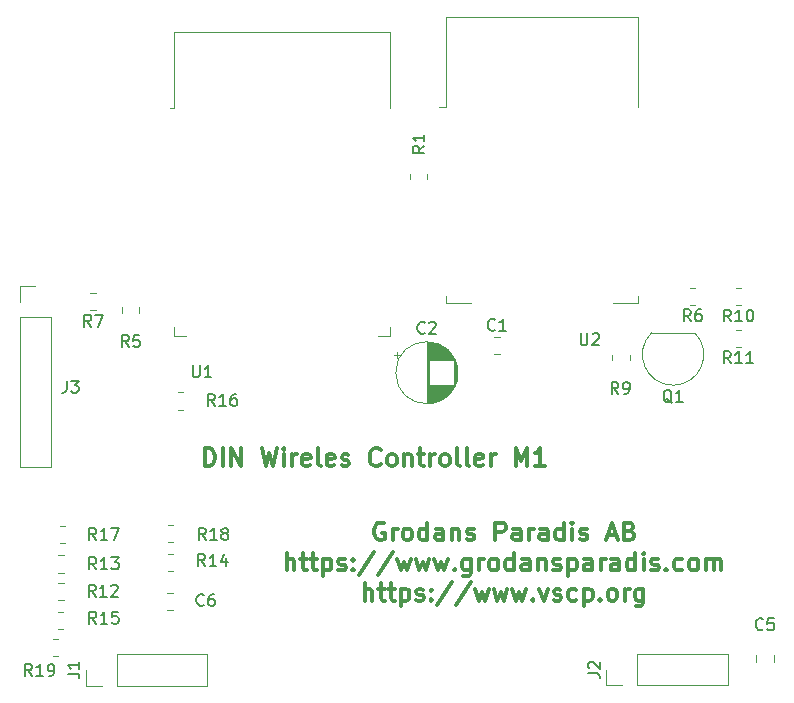
<source format=gbr>
%TF.GenerationSoftware,KiCad,Pcbnew,5.1.9+dfsg1-1*%
%TF.CreationDate,2021-05-21T09:37:11+02:00*%
%TF.ProjectId,vscp-din-m1-wireless-p1,76736370-2d64-4696-9e2d-6d312d776972,rev?*%
%TF.SameCoordinates,Original*%
%TF.FileFunction,Legend,Top*%
%TF.FilePolarity,Positive*%
%FSLAX46Y46*%
G04 Gerber Fmt 4.6, Leading zero omitted, Abs format (unit mm)*
G04 Created by KiCad (PCBNEW 5.1.9+dfsg1-1) date 2021-05-21 09:37:11*
%MOMM*%
%LPD*%
G01*
G04 APERTURE LIST*
%ADD10C,0.300000*%
%ADD11C,0.120000*%
%ADD12C,0.150000*%
G04 APERTURE END LIST*
D10*
X101642542Y-105767600D02*
X101499685Y-105696171D01*
X101285400Y-105696171D01*
X101071114Y-105767600D01*
X100928257Y-105910457D01*
X100856828Y-106053314D01*
X100785400Y-106339028D01*
X100785400Y-106553314D01*
X100856828Y-106839028D01*
X100928257Y-106981885D01*
X101071114Y-107124742D01*
X101285400Y-107196171D01*
X101428257Y-107196171D01*
X101642542Y-107124742D01*
X101713971Y-107053314D01*
X101713971Y-106553314D01*
X101428257Y-106553314D01*
X102356828Y-107196171D02*
X102356828Y-106196171D01*
X102356828Y-106481885D02*
X102428257Y-106339028D01*
X102499685Y-106267600D01*
X102642542Y-106196171D01*
X102785400Y-106196171D01*
X103499685Y-107196171D02*
X103356828Y-107124742D01*
X103285400Y-107053314D01*
X103213971Y-106910457D01*
X103213971Y-106481885D01*
X103285400Y-106339028D01*
X103356828Y-106267600D01*
X103499685Y-106196171D01*
X103713971Y-106196171D01*
X103856828Y-106267600D01*
X103928257Y-106339028D01*
X103999685Y-106481885D01*
X103999685Y-106910457D01*
X103928257Y-107053314D01*
X103856828Y-107124742D01*
X103713971Y-107196171D01*
X103499685Y-107196171D01*
X105285400Y-107196171D02*
X105285400Y-105696171D01*
X105285400Y-107124742D02*
X105142542Y-107196171D01*
X104856828Y-107196171D01*
X104713971Y-107124742D01*
X104642542Y-107053314D01*
X104571114Y-106910457D01*
X104571114Y-106481885D01*
X104642542Y-106339028D01*
X104713971Y-106267600D01*
X104856828Y-106196171D01*
X105142542Y-106196171D01*
X105285400Y-106267600D01*
X106642542Y-107196171D02*
X106642542Y-106410457D01*
X106571114Y-106267600D01*
X106428257Y-106196171D01*
X106142542Y-106196171D01*
X105999685Y-106267600D01*
X106642542Y-107124742D02*
X106499685Y-107196171D01*
X106142542Y-107196171D01*
X105999685Y-107124742D01*
X105928257Y-106981885D01*
X105928257Y-106839028D01*
X105999685Y-106696171D01*
X106142542Y-106624742D01*
X106499685Y-106624742D01*
X106642542Y-106553314D01*
X107356828Y-106196171D02*
X107356828Y-107196171D01*
X107356828Y-106339028D02*
X107428257Y-106267600D01*
X107571114Y-106196171D01*
X107785400Y-106196171D01*
X107928257Y-106267600D01*
X107999685Y-106410457D01*
X107999685Y-107196171D01*
X108642542Y-107124742D02*
X108785400Y-107196171D01*
X109071114Y-107196171D01*
X109213971Y-107124742D01*
X109285400Y-106981885D01*
X109285400Y-106910457D01*
X109213971Y-106767600D01*
X109071114Y-106696171D01*
X108856828Y-106696171D01*
X108713971Y-106624742D01*
X108642542Y-106481885D01*
X108642542Y-106410457D01*
X108713971Y-106267600D01*
X108856828Y-106196171D01*
X109071114Y-106196171D01*
X109213971Y-106267600D01*
X111071114Y-107196171D02*
X111071114Y-105696171D01*
X111642542Y-105696171D01*
X111785400Y-105767600D01*
X111856828Y-105839028D01*
X111928257Y-105981885D01*
X111928257Y-106196171D01*
X111856828Y-106339028D01*
X111785400Y-106410457D01*
X111642542Y-106481885D01*
X111071114Y-106481885D01*
X113213971Y-107196171D02*
X113213971Y-106410457D01*
X113142542Y-106267600D01*
X112999685Y-106196171D01*
X112713971Y-106196171D01*
X112571114Y-106267600D01*
X113213971Y-107124742D02*
X113071114Y-107196171D01*
X112713971Y-107196171D01*
X112571114Y-107124742D01*
X112499685Y-106981885D01*
X112499685Y-106839028D01*
X112571114Y-106696171D01*
X112713971Y-106624742D01*
X113071114Y-106624742D01*
X113213971Y-106553314D01*
X113928257Y-107196171D02*
X113928257Y-106196171D01*
X113928257Y-106481885D02*
X113999685Y-106339028D01*
X114071114Y-106267600D01*
X114213971Y-106196171D01*
X114356828Y-106196171D01*
X115499685Y-107196171D02*
X115499685Y-106410457D01*
X115428257Y-106267600D01*
X115285400Y-106196171D01*
X114999685Y-106196171D01*
X114856828Y-106267600D01*
X115499685Y-107124742D02*
X115356828Y-107196171D01*
X114999685Y-107196171D01*
X114856828Y-107124742D01*
X114785400Y-106981885D01*
X114785400Y-106839028D01*
X114856828Y-106696171D01*
X114999685Y-106624742D01*
X115356828Y-106624742D01*
X115499685Y-106553314D01*
X116856828Y-107196171D02*
X116856828Y-105696171D01*
X116856828Y-107124742D02*
X116713971Y-107196171D01*
X116428257Y-107196171D01*
X116285400Y-107124742D01*
X116213971Y-107053314D01*
X116142542Y-106910457D01*
X116142542Y-106481885D01*
X116213971Y-106339028D01*
X116285400Y-106267600D01*
X116428257Y-106196171D01*
X116713971Y-106196171D01*
X116856828Y-106267600D01*
X117571114Y-107196171D02*
X117571114Y-106196171D01*
X117571114Y-105696171D02*
X117499685Y-105767600D01*
X117571114Y-105839028D01*
X117642542Y-105767600D01*
X117571114Y-105696171D01*
X117571114Y-105839028D01*
X118213971Y-107124742D02*
X118356828Y-107196171D01*
X118642542Y-107196171D01*
X118785400Y-107124742D01*
X118856828Y-106981885D01*
X118856828Y-106910457D01*
X118785400Y-106767600D01*
X118642542Y-106696171D01*
X118428257Y-106696171D01*
X118285400Y-106624742D01*
X118213971Y-106481885D01*
X118213971Y-106410457D01*
X118285400Y-106267600D01*
X118428257Y-106196171D01*
X118642542Y-106196171D01*
X118785400Y-106267600D01*
X120571114Y-106767600D02*
X121285400Y-106767600D01*
X120428257Y-107196171D02*
X120928257Y-105696171D01*
X121428257Y-107196171D01*
X122428257Y-106410457D02*
X122642542Y-106481885D01*
X122713971Y-106553314D01*
X122785400Y-106696171D01*
X122785400Y-106910457D01*
X122713971Y-107053314D01*
X122642542Y-107124742D01*
X122499685Y-107196171D01*
X121928257Y-107196171D01*
X121928257Y-105696171D01*
X122428257Y-105696171D01*
X122571114Y-105767600D01*
X122642542Y-105839028D01*
X122713971Y-105981885D01*
X122713971Y-106124742D01*
X122642542Y-106267600D01*
X122571114Y-106339028D01*
X122428257Y-106410457D01*
X121928257Y-106410457D01*
X93392542Y-109746171D02*
X93392542Y-108246171D01*
X94035400Y-109746171D02*
X94035400Y-108960457D01*
X93963971Y-108817600D01*
X93821114Y-108746171D01*
X93606828Y-108746171D01*
X93463971Y-108817600D01*
X93392542Y-108889028D01*
X94535400Y-108746171D02*
X95106828Y-108746171D01*
X94749685Y-108246171D02*
X94749685Y-109531885D01*
X94821114Y-109674742D01*
X94963971Y-109746171D01*
X95106828Y-109746171D01*
X95392542Y-108746171D02*
X95963971Y-108746171D01*
X95606828Y-108246171D02*
X95606828Y-109531885D01*
X95678257Y-109674742D01*
X95821114Y-109746171D01*
X95963971Y-109746171D01*
X96463971Y-108746171D02*
X96463971Y-110246171D01*
X96463971Y-108817600D02*
X96606828Y-108746171D01*
X96892542Y-108746171D01*
X97035400Y-108817600D01*
X97106828Y-108889028D01*
X97178257Y-109031885D01*
X97178257Y-109460457D01*
X97106828Y-109603314D01*
X97035400Y-109674742D01*
X96892542Y-109746171D01*
X96606828Y-109746171D01*
X96463971Y-109674742D01*
X97749685Y-109674742D02*
X97892542Y-109746171D01*
X98178257Y-109746171D01*
X98321114Y-109674742D01*
X98392542Y-109531885D01*
X98392542Y-109460457D01*
X98321114Y-109317600D01*
X98178257Y-109246171D01*
X97963971Y-109246171D01*
X97821114Y-109174742D01*
X97749685Y-109031885D01*
X97749685Y-108960457D01*
X97821114Y-108817600D01*
X97963971Y-108746171D01*
X98178257Y-108746171D01*
X98321114Y-108817600D01*
X99035400Y-109603314D02*
X99106828Y-109674742D01*
X99035400Y-109746171D01*
X98963971Y-109674742D01*
X99035400Y-109603314D01*
X99035400Y-109746171D01*
X99035400Y-108817600D02*
X99106828Y-108889028D01*
X99035400Y-108960457D01*
X98963971Y-108889028D01*
X99035400Y-108817600D01*
X99035400Y-108960457D01*
X100821114Y-108174742D02*
X99535400Y-110103314D01*
X102392542Y-108174742D02*
X101106828Y-110103314D01*
X102749685Y-108746171D02*
X103035400Y-109746171D01*
X103321114Y-109031885D01*
X103606828Y-109746171D01*
X103892542Y-108746171D01*
X104321114Y-108746171D02*
X104606828Y-109746171D01*
X104892542Y-109031885D01*
X105178257Y-109746171D01*
X105463971Y-108746171D01*
X105892542Y-108746171D02*
X106178257Y-109746171D01*
X106463971Y-109031885D01*
X106749685Y-109746171D01*
X107035400Y-108746171D01*
X107606828Y-109603314D02*
X107678257Y-109674742D01*
X107606828Y-109746171D01*
X107535400Y-109674742D01*
X107606828Y-109603314D01*
X107606828Y-109746171D01*
X108963971Y-108746171D02*
X108963971Y-109960457D01*
X108892542Y-110103314D01*
X108821114Y-110174742D01*
X108678257Y-110246171D01*
X108463971Y-110246171D01*
X108321114Y-110174742D01*
X108963971Y-109674742D02*
X108821114Y-109746171D01*
X108535400Y-109746171D01*
X108392542Y-109674742D01*
X108321114Y-109603314D01*
X108249685Y-109460457D01*
X108249685Y-109031885D01*
X108321114Y-108889028D01*
X108392542Y-108817600D01*
X108535400Y-108746171D01*
X108821114Y-108746171D01*
X108963971Y-108817600D01*
X109678257Y-109746171D02*
X109678257Y-108746171D01*
X109678257Y-109031885D02*
X109749685Y-108889028D01*
X109821114Y-108817600D01*
X109963971Y-108746171D01*
X110106828Y-108746171D01*
X110821114Y-109746171D02*
X110678257Y-109674742D01*
X110606828Y-109603314D01*
X110535400Y-109460457D01*
X110535400Y-109031885D01*
X110606828Y-108889028D01*
X110678257Y-108817600D01*
X110821114Y-108746171D01*
X111035400Y-108746171D01*
X111178257Y-108817600D01*
X111249685Y-108889028D01*
X111321114Y-109031885D01*
X111321114Y-109460457D01*
X111249685Y-109603314D01*
X111178257Y-109674742D01*
X111035400Y-109746171D01*
X110821114Y-109746171D01*
X112606828Y-109746171D02*
X112606828Y-108246171D01*
X112606828Y-109674742D02*
X112463971Y-109746171D01*
X112178257Y-109746171D01*
X112035400Y-109674742D01*
X111963971Y-109603314D01*
X111892542Y-109460457D01*
X111892542Y-109031885D01*
X111963971Y-108889028D01*
X112035400Y-108817600D01*
X112178257Y-108746171D01*
X112463971Y-108746171D01*
X112606828Y-108817600D01*
X113963971Y-109746171D02*
X113963971Y-108960457D01*
X113892542Y-108817600D01*
X113749685Y-108746171D01*
X113463971Y-108746171D01*
X113321114Y-108817600D01*
X113963971Y-109674742D02*
X113821114Y-109746171D01*
X113463971Y-109746171D01*
X113321114Y-109674742D01*
X113249685Y-109531885D01*
X113249685Y-109389028D01*
X113321114Y-109246171D01*
X113463971Y-109174742D01*
X113821114Y-109174742D01*
X113963971Y-109103314D01*
X114678257Y-108746171D02*
X114678257Y-109746171D01*
X114678257Y-108889028D02*
X114749685Y-108817600D01*
X114892542Y-108746171D01*
X115106828Y-108746171D01*
X115249685Y-108817600D01*
X115321114Y-108960457D01*
X115321114Y-109746171D01*
X115963971Y-109674742D02*
X116106828Y-109746171D01*
X116392542Y-109746171D01*
X116535400Y-109674742D01*
X116606828Y-109531885D01*
X116606828Y-109460457D01*
X116535400Y-109317600D01*
X116392542Y-109246171D01*
X116178257Y-109246171D01*
X116035400Y-109174742D01*
X115963971Y-109031885D01*
X115963971Y-108960457D01*
X116035400Y-108817600D01*
X116178257Y-108746171D01*
X116392542Y-108746171D01*
X116535400Y-108817600D01*
X117249685Y-108746171D02*
X117249685Y-110246171D01*
X117249685Y-108817600D02*
X117392542Y-108746171D01*
X117678257Y-108746171D01*
X117821114Y-108817600D01*
X117892542Y-108889028D01*
X117963971Y-109031885D01*
X117963971Y-109460457D01*
X117892542Y-109603314D01*
X117821114Y-109674742D01*
X117678257Y-109746171D01*
X117392542Y-109746171D01*
X117249685Y-109674742D01*
X119249685Y-109746171D02*
X119249685Y-108960457D01*
X119178257Y-108817600D01*
X119035400Y-108746171D01*
X118749685Y-108746171D01*
X118606828Y-108817600D01*
X119249685Y-109674742D02*
X119106828Y-109746171D01*
X118749685Y-109746171D01*
X118606828Y-109674742D01*
X118535400Y-109531885D01*
X118535400Y-109389028D01*
X118606828Y-109246171D01*
X118749685Y-109174742D01*
X119106828Y-109174742D01*
X119249685Y-109103314D01*
X119963971Y-109746171D02*
X119963971Y-108746171D01*
X119963971Y-109031885D02*
X120035400Y-108889028D01*
X120106828Y-108817600D01*
X120249685Y-108746171D01*
X120392542Y-108746171D01*
X121535400Y-109746171D02*
X121535400Y-108960457D01*
X121463971Y-108817600D01*
X121321114Y-108746171D01*
X121035400Y-108746171D01*
X120892542Y-108817600D01*
X121535400Y-109674742D02*
X121392542Y-109746171D01*
X121035400Y-109746171D01*
X120892542Y-109674742D01*
X120821114Y-109531885D01*
X120821114Y-109389028D01*
X120892542Y-109246171D01*
X121035400Y-109174742D01*
X121392542Y-109174742D01*
X121535400Y-109103314D01*
X122892542Y-109746171D02*
X122892542Y-108246171D01*
X122892542Y-109674742D02*
X122749685Y-109746171D01*
X122463971Y-109746171D01*
X122321114Y-109674742D01*
X122249685Y-109603314D01*
X122178257Y-109460457D01*
X122178257Y-109031885D01*
X122249685Y-108889028D01*
X122321114Y-108817600D01*
X122463971Y-108746171D01*
X122749685Y-108746171D01*
X122892542Y-108817600D01*
X123606828Y-109746171D02*
X123606828Y-108746171D01*
X123606828Y-108246171D02*
X123535400Y-108317600D01*
X123606828Y-108389028D01*
X123678257Y-108317600D01*
X123606828Y-108246171D01*
X123606828Y-108389028D01*
X124249685Y-109674742D02*
X124392542Y-109746171D01*
X124678257Y-109746171D01*
X124821114Y-109674742D01*
X124892542Y-109531885D01*
X124892542Y-109460457D01*
X124821114Y-109317600D01*
X124678257Y-109246171D01*
X124463971Y-109246171D01*
X124321114Y-109174742D01*
X124249685Y-109031885D01*
X124249685Y-108960457D01*
X124321114Y-108817600D01*
X124463971Y-108746171D01*
X124678257Y-108746171D01*
X124821114Y-108817600D01*
X125535400Y-109603314D02*
X125606828Y-109674742D01*
X125535400Y-109746171D01*
X125463971Y-109674742D01*
X125535400Y-109603314D01*
X125535400Y-109746171D01*
X126892542Y-109674742D02*
X126749685Y-109746171D01*
X126463971Y-109746171D01*
X126321114Y-109674742D01*
X126249685Y-109603314D01*
X126178257Y-109460457D01*
X126178257Y-109031885D01*
X126249685Y-108889028D01*
X126321114Y-108817600D01*
X126463971Y-108746171D01*
X126749685Y-108746171D01*
X126892542Y-108817600D01*
X127749685Y-109746171D02*
X127606828Y-109674742D01*
X127535400Y-109603314D01*
X127463971Y-109460457D01*
X127463971Y-109031885D01*
X127535400Y-108889028D01*
X127606828Y-108817600D01*
X127749685Y-108746171D01*
X127963971Y-108746171D01*
X128106828Y-108817600D01*
X128178257Y-108889028D01*
X128249685Y-109031885D01*
X128249685Y-109460457D01*
X128178257Y-109603314D01*
X128106828Y-109674742D01*
X127963971Y-109746171D01*
X127749685Y-109746171D01*
X128892542Y-109746171D02*
X128892542Y-108746171D01*
X128892542Y-108889028D02*
X128963971Y-108817600D01*
X129106828Y-108746171D01*
X129321114Y-108746171D01*
X129463971Y-108817600D01*
X129535400Y-108960457D01*
X129535400Y-109746171D01*
X129535400Y-108960457D02*
X129606828Y-108817600D01*
X129749685Y-108746171D01*
X129963971Y-108746171D01*
X130106828Y-108817600D01*
X130178257Y-108960457D01*
X130178257Y-109746171D01*
X99999685Y-112296171D02*
X99999685Y-110796171D01*
X100642542Y-112296171D02*
X100642542Y-111510457D01*
X100571114Y-111367600D01*
X100428257Y-111296171D01*
X100213971Y-111296171D01*
X100071114Y-111367600D01*
X99999685Y-111439028D01*
X101142542Y-111296171D02*
X101713971Y-111296171D01*
X101356828Y-110796171D02*
X101356828Y-112081885D01*
X101428257Y-112224742D01*
X101571114Y-112296171D01*
X101713971Y-112296171D01*
X101999685Y-111296171D02*
X102571114Y-111296171D01*
X102213971Y-110796171D02*
X102213971Y-112081885D01*
X102285400Y-112224742D01*
X102428257Y-112296171D01*
X102571114Y-112296171D01*
X103071114Y-111296171D02*
X103071114Y-112796171D01*
X103071114Y-111367600D02*
X103213971Y-111296171D01*
X103499685Y-111296171D01*
X103642542Y-111367600D01*
X103713971Y-111439028D01*
X103785400Y-111581885D01*
X103785400Y-112010457D01*
X103713971Y-112153314D01*
X103642542Y-112224742D01*
X103499685Y-112296171D01*
X103213971Y-112296171D01*
X103071114Y-112224742D01*
X104356828Y-112224742D02*
X104499685Y-112296171D01*
X104785400Y-112296171D01*
X104928257Y-112224742D01*
X104999685Y-112081885D01*
X104999685Y-112010457D01*
X104928257Y-111867600D01*
X104785400Y-111796171D01*
X104571114Y-111796171D01*
X104428257Y-111724742D01*
X104356828Y-111581885D01*
X104356828Y-111510457D01*
X104428257Y-111367600D01*
X104571114Y-111296171D01*
X104785400Y-111296171D01*
X104928257Y-111367600D01*
X105642542Y-112153314D02*
X105713971Y-112224742D01*
X105642542Y-112296171D01*
X105571114Y-112224742D01*
X105642542Y-112153314D01*
X105642542Y-112296171D01*
X105642542Y-111367600D02*
X105713971Y-111439028D01*
X105642542Y-111510457D01*
X105571114Y-111439028D01*
X105642542Y-111367600D01*
X105642542Y-111510457D01*
X107428257Y-110724742D02*
X106142542Y-112653314D01*
X108999685Y-110724742D02*
X107713971Y-112653314D01*
X109356828Y-111296171D02*
X109642542Y-112296171D01*
X109928257Y-111581885D01*
X110213971Y-112296171D01*
X110499685Y-111296171D01*
X110928257Y-111296171D02*
X111213971Y-112296171D01*
X111499685Y-111581885D01*
X111785400Y-112296171D01*
X112071114Y-111296171D01*
X112499685Y-111296171D02*
X112785400Y-112296171D01*
X113071114Y-111581885D01*
X113356828Y-112296171D01*
X113642542Y-111296171D01*
X114213971Y-112153314D02*
X114285400Y-112224742D01*
X114213971Y-112296171D01*
X114142542Y-112224742D01*
X114213971Y-112153314D01*
X114213971Y-112296171D01*
X114785400Y-111296171D02*
X115142542Y-112296171D01*
X115499685Y-111296171D01*
X115999685Y-112224742D02*
X116142542Y-112296171D01*
X116428257Y-112296171D01*
X116571114Y-112224742D01*
X116642542Y-112081885D01*
X116642542Y-112010457D01*
X116571114Y-111867600D01*
X116428257Y-111796171D01*
X116213971Y-111796171D01*
X116071114Y-111724742D01*
X115999685Y-111581885D01*
X115999685Y-111510457D01*
X116071114Y-111367600D01*
X116213971Y-111296171D01*
X116428257Y-111296171D01*
X116571114Y-111367600D01*
X117928257Y-112224742D02*
X117785400Y-112296171D01*
X117499685Y-112296171D01*
X117356828Y-112224742D01*
X117285400Y-112153314D01*
X117213971Y-112010457D01*
X117213971Y-111581885D01*
X117285400Y-111439028D01*
X117356828Y-111367600D01*
X117499685Y-111296171D01*
X117785400Y-111296171D01*
X117928257Y-111367600D01*
X118571114Y-111296171D02*
X118571114Y-112796171D01*
X118571114Y-111367600D02*
X118713971Y-111296171D01*
X118999685Y-111296171D01*
X119142542Y-111367600D01*
X119213971Y-111439028D01*
X119285400Y-111581885D01*
X119285400Y-112010457D01*
X119213971Y-112153314D01*
X119142542Y-112224742D01*
X118999685Y-112296171D01*
X118713971Y-112296171D01*
X118571114Y-112224742D01*
X119928257Y-112153314D02*
X119999685Y-112224742D01*
X119928257Y-112296171D01*
X119856828Y-112224742D01*
X119928257Y-112153314D01*
X119928257Y-112296171D01*
X120856828Y-112296171D02*
X120713971Y-112224742D01*
X120642542Y-112153314D01*
X120571114Y-112010457D01*
X120571114Y-111581885D01*
X120642542Y-111439028D01*
X120713971Y-111367600D01*
X120856828Y-111296171D01*
X121071114Y-111296171D01*
X121213971Y-111367600D01*
X121285400Y-111439028D01*
X121356828Y-111581885D01*
X121356828Y-112010457D01*
X121285400Y-112153314D01*
X121213971Y-112224742D01*
X121071114Y-112296171D01*
X120856828Y-112296171D01*
X121999685Y-112296171D02*
X121999685Y-111296171D01*
X121999685Y-111581885D02*
X122071114Y-111439028D01*
X122142542Y-111367600D01*
X122285400Y-111296171D01*
X122428257Y-111296171D01*
X123571114Y-111296171D02*
X123571114Y-112510457D01*
X123499685Y-112653314D01*
X123428257Y-112724742D01*
X123285400Y-112796171D01*
X123071114Y-112796171D01*
X122928257Y-112724742D01*
X123571114Y-112224742D02*
X123428257Y-112296171D01*
X123142542Y-112296171D01*
X122999685Y-112224742D01*
X122928257Y-112153314D01*
X122856828Y-112010457D01*
X122856828Y-111581885D01*
X122928257Y-111439028D01*
X122999685Y-111367600D01*
X123142542Y-111296171D01*
X123428257Y-111296171D01*
X123571114Y-111367600D01*
X86480857Y-100906971D02*
X86480857Y-99406971D01*
X86838000Y-99406971D01*
X87052285Y-99478400D01*
X87195142Y-99621257D01*
X87266571Y-99764114D01*
X87338000Y-100049828D01*
X87338000Y-100264114D01*
X87266571Y-100549828D01*
X87195142Y-100692685D01*
X87052285Y-100835542D01*
X86838000Y-100906971D01*
X86480857Y-100906971D01*
X87980857Y-100906971D02*
X87980857Y-99406971D01*
X88695142Y-100906971D02*
X88695142Y-99406971D01*
X89552285Y-100906971D01*
X89552285Y-99406971D01*
X91266571Y-99406971D02*
X91623714Y-100906971D01*
X91909428Y-99835542D01*
X92195142Y-100906971D01*
X92552285Y-99406971D01*
X93123714Y-100906971D02*
X93123714Y-99906971D01*
X93123714Y-99406971D02*
X93052285Y-99478400D01*
X93123714Y-99549828D01*
X93195142Y-99478400D01*
X93123714Y-99406971D01*
X93123714Y-99549828D01*
X93838000Y-100906971D02*
X93838000Y-99906971D01*
X93838000Y-100192685D02*
X93909428Y-100049828D01*
X93980857Y-99978400D01*
X94123714Y-99906971D01*
X94266571Y-99906971D01*
X95338000Y-100835542D02*
X95195142Y-100906971D01*
X94909428Y-100906971D01*
X94766571Y-100835542D01*
X94695142Y-100692685D01*
X94695142Y-100121257D01*
X94766571Y-99978400D01*
X94909428Y-99906971D01*
X95195142Y-99906971D01*
X95338000Y-99978400D01*
X95409428Y-100121257D01*
X95409428Y-100264114D01*
X94695142Y-100406971D01*
X96266571Y-100906971D02*
X96123714Y-100835542D01*
X96052285Y-100692685D01*
X96052285Y-99406971D01*
X97409428Y-100835542D02*
X97266571Y-100906971D01*
X96980857Y-100906971D01*
X96838000Y-100835542D01*
X96766571Y-100692685D01*
X96766571Y-100121257D01*
X96838000Y-99978400D01*
X96980857Y-99906971D01*
X97266571Y-99906971D01*
X97409428Y-99978400D01*
X97480857Y-100121257D01*
X97480857Y-100264114D01*
X96766571Y-100406971D01*
X98052285Y-100835542D02*
X98195142Y-100906971D01*
X98480857Y-100906971D01*
X98623714Y-100835542D01*
X98695142Y-100692685D01*
X98695142Y-100621257D01*
X98623714Y-100478400D01*
X98480857Y-100406971D01*
X98266571Y-100406971D01*
X98123714Y-100335542D01*
X98052285Y-100192685D01*
X98052285Y-100121257D01*
X98123714Y-99978400D01*
X98266571Y-99906971D01*
X98480857Y-99906971D01*
X98623714Y-99978400D01*
X101338000Y-100764114D02*
X101266571Y-100835542D01*
X101052285Y-100906971D01*
X100909428Y-100906971D01*
X100695142Y-100835542D01*
X100552285Y-100692685D01*
X100480857Y-100549828D01*
X100409428Y-100264114D01*
X100409428Y-100049828D01*
X100480857Y-99764114D01*
X100552285Y-99621257D01*
X100695142Y-99478400D01*
X100909428Y-99406971D01*
X101052285Y-99406971D01*
X101266571Y-99478400D01*
X101338000Y-99549828D01*
X102195142Y-100906971D02*
X102052285Y-100835542D01*
X101980857Y-100764114D01*
X101909428Y-100621257D01*
X101909428Y-100192685D01*
X101980857Y-100049828D01*
X102052285Y-99978400D01*
X102195142Y-99906971D01*
X102409428Y-99906971D01*
X102552285Y-99978400D01*
X102623714Y-100049828D01*
X102695142Y-100192685D01*
X102695142Y-100621257D01*
X102623714Y-100764114D01*
X102552285Y-100835542D01*
X102409428Y-100906971D01*
X102195142Y-100906971D01*
X103338000Y-99906971D02*
X103338000Y-100906971D01*
X103338000Y-100049828D02*
X103409428Y-99978400D01*
X103552285Y-99906971D01*
X103766571Y-99906971D01*
X103909428Y-99978400D01*
X103980857Y-100121257D01*
X103980857Y-100906971D01*
X104480857Y-99906971D02*
X105052285Y-99906971D01*
X104695142Y-99406971D02*
X104695142Y-100692685D01*
X104766571Y-100835542D01*
X104909428Y-100906971D01*
X105052285Y-100906971D01*
X105552285Y-100906971D02*
X105552285Y-99906971D01*
X105552285Y-100192685D02*
X105623714Y-100049828D01*
X105695142Y-99978400D01*
X105838000Y-99906971D01*
X105980857Y-99906971D01*
X106695142Y-100906971D02*
X106552285Y-100835542D01*
X106480857Y-100764114D01*
X106409428Y-100621257D01*
X106409428Y-100192685D01*
X106480857Y-100049828D01*
X106552285Y-99978400D01*
X106695142Y-99906971D01*
X106909428Y-99906971D01*
X107052285Y-99978400D01*
X107123714Y-100049828D01*
X107195142Y-100192685D01*
X107195142Y-100621257D01*
X107123714Y-100764114D01*
X107052285Y-100835542D01*
X106909428Y-100906971D01*
X106695142Y-100906971D01*
X108052285Y-100906971D02*
X107909428Y-100835542D01*
X107838000Y-100692685D01*
X107838000Y-99406971D01*
X108838000Y-100906971D02*
X108695142Y-100835542D01*
X108623714Y-100692685D01*
X108623714Y-99406971D01*
X109980857Y-100835542D02*
X109838000Y-100906971D01*
X109552285Y-100906971D01*
X109409428Y-100835542D01*
X109338000Y-100692685D01*
X109338000Y-100121257D01*
X109409428Y-99978400D01*
X109552285Y-99906971D01*
X109838000Y-99906971D01*
X109980857Y-99978400D01*
X110052285Y-100121257D01*
X110052285Y-100264114D01*
X109338000Y-100406971D01*
X110695142Y-100906971D02*
X110695142Y-99906971D01*
X110695142Y-100192685D02*
X110766571Y-100049828D01*
X110838000Y-99978400D01*
X110980857Y-99906971D01*
X111123714Y-99906971D01*
X112766571Y-100906971D02*
X112766571Y-99406971D01*
X113266571Y-100478400D01*
X113766571Y-99406971D01*
X113766571Y-100906971D01*
X115266571Y-100906971D02*
X114409428Y-100906971D01*
X114838000Y-100906971D02*
X114838000Y-99406971D01*
X114695142Y-99621257D01*
X114552285Y-99764114D01*
X114409428Y-99835542D01*
D11*
%TO.C,J3*%
X70780600Y-85665000D02*
X72110600Y-85665000D01*
X70780600Y-86995000D02*
X70780600Y-85665000D01*
X70780600Y-88265000D02*
X73440600Y-88265000D01*
X73440600Y-88265000D02*
X73440600Y-101025000D01*
X70780600Y-88265000D02*
X70780600Y-101025000D01*
X70780600Y-101025000D02*
X73440600Y-101025000D01*
%TO.C,R19*%
X73610736Y-116990800D02*
X74064864Y-116990800D01*
X73610736Y-115520800D02*
X74064864Y-115520800D01*
%TO.C,U2*%
X106880000Y-70500000D02*
X106270000Y-70500000D01*
X106880000Y-70500000D02*
X106880000Y-62880000D01*
X106880000Y-87120000D02*
X106880000Y-86500000D01*
X109000000Y-87120000D02*
X106880000Y-87120000D01*
X123120000Y-87120000D02*
X121000000Y-87120000D01*
X123120000Y-86500000D02*
X123120000Y-87120000D01*
X123120000Y-62880000D02*
X123120000Y-70500000D01*
X106880000Y-62880000D02*
X123120000Y-62880000D01*
%TO.C,R18*%
X83793064Y-105894200D02*
X83338936Y-105894200D01*
X83793064Y-107364200D02*
X83338936Y-107364200D01*
%TO.C,R17*%
X74649064Y-105970400D02*
X74194936Y-105970400D01*
X74649064Y-107440400D02*
X74194936Y-107440400D01*
%TO.C,R16*%
X84151736Y-96137400D02*
X84605864Y-96137400D01*
X84151736Y-94667400D02*
X84605864Y-94667400D01*
%TO.C,R15*%
X73989836Y-114730200D02*
X74443964Y-114730200D01*
X73989836Y-113260200D02*
X74443964Y-113260200D01*
%TO.C,R14*%
X83338936Y-109802600D02*
X83793064Y-109802600D01*
X83338936Y-108332600D02*
X83793064Y-108332600D01*
%TO.C,R13*%
X74066036Y-109929600D02*
X74520164Y-109929600D01*
X74066036Y-108459600D02*
X74520164Y-108459600D01*
%TO.C,R12*%
X74067936Y-112241000D02*
X74522064Y-112241000D01*
X74067936Y-110771000D02*
X74522064Y-110771000D01*
%TO.C,R11*%
X131849864Y-89358800D02*
X131395736Y-89358800D01*
X131849864Y-90828800D02*
X131395736Y-90828800D01*
%TO.C,R10*%
X131873364Y-85828200D02*
X131419236Y-85828200D01*
X131873364Y-87298200D02*
X131419236Y-87298200D01*
%TO.C,R9*%
X122426400Y-91921064D02*
X122426400Y-91466936D01*
X120956400Y-91921064D02*
X120956400Y-91466936D01*
%TO.C,R7*%
X77227064Y-86265000D02*
X76772936Y-86265000D01*
X77227064Y-87735000D02*
X76772936Y-87735000D01*
%TO.C,R6*%
X127989064Y-85802800D02*
X127534936Y-85802800D01*
X127989064Y-87272800D02*
X127534936Y-87272800D01*
%TO.C,R5*%
X80897400Y-87907864D02*
X80897400Y-87453736D01*
X79427400Y-87907864D02*
X79427400Y-87453736D01*
%TO.C,R1*%
X105306800Y-76630264D02*
X105306800Y-76176136D01*
X103836800Y-76630264D02*
X103836800Y-76176136D01*
%TO.C,C6*%
X83279348Y-113130000D02*
X83801852Y-113130000D01*
X83279348Y-111660000D02*
X83801852Y-111660000D01*
%TO.C,C5*%
X134618400Y-117456852D02*
X134618400Y-116934348D01*
X133148400Y-117456852D02*
X133148400Y-116934348D01*
%TO.C,C2*%
X102695225Y-91275000D02*
X102695225Y-91775000D01*
X102445225Y-91525000D02*
X102945225Y-91525000D01*
X107851000Y-92716000D02*
X107851000Y-93284000D01*
X107811000Y-92482000D02*
X107811000Y-93518000D01*
X107771000Y-92323000D02*
X107771000Y-93677000D01*
X107731000Y-92195000D02*
X107731000Y-93805000D01*
X107691000Y-92085000D02*
X107691000Y-93915000D01*
X107651000Y-91989000D02*
X107651000Y-94011000D01*
X107611000Y-91902000D02*
X107611000Y-94098000D01*
X107571000Y-91822000D02*
X107571000Y-94178000D01*
X107531000Y-94040000D02*
X107531000Y-94251000D01*
X107531000Y-91749000D02*
X107531000Y-91960000D01*
X107491000Y-94040000D02*
X107491000Y-94319000D01*
X107491000Y-91681000D02*
X107491000Y-91960000D01*
X107451000Y-94040000D02*
X107451000Y-94383000D01*
X107451000Y-91617000D02*
X107451000Y-91960000D01*
X107411000Y-94040000D02*
X107411000Y-94443000D01*
X107411000Y-91557000D02*
X107411000Y-91960000D01*
X107371000Y-94040000D02*
X107371000Y-94500000D01*
X107371000Y-91500000D02*
X107371000Y-91960000D01*
X107331000Y-94040000D02*
X107331000Y-94554000D01*
X107331000Y-91446000D02*
X107331000Y-91960000D01*
X107291000Y-94040000D02*
X107291000Y-94605000D01*
X107291000Y-91395000D02*
X107291000Y-91960000D01*
X107251000Y-94040000D02*
X107251000Y-94653000D01*
X107251000Y-91347000D02*
X107251000Y-91960000D01*
X107211000Y-94040000D02*
X107211000Y-94699000D01*
X107211000Y-91301000D02*
X107211000Y-91960000D01*
X107171000Y-94040000D02*
X107171000Y-94743000D01*
X107171000Y-91257000D02*
X107171000Y-91960000D01*
X107131000Y-94040000D02*
X107131000Y-94785000D01*
X107131000Y-91215000D02*
X107131000Y-91960000D01*
X107091000Y-94040000D02*
X107091000Y-94826000D01*
X107091000Y-91174000D02*
X107091000Y-91960000D01*
X107051000Y-94040000D02*
X107051000Y-94864000D01*
X107051000Y-91136000D02*
X107051000Y-91960000D01*
X107011000Y-94040000D02*
X107011000Y-94901000D01*
X107011000Y-91099000D02*
X107011000Y-91960000D01*
X106971000Y-94040000D02*
X106971000Y-94937000D01*
X106971000Y-91063000D02*
X106971000Y-91960000D01*
X106931000Y-94040000D02*
X106931000Y-94971000D01*
X106931000Y-91029000D02*
X106931000Y-91960000D01*
X106891000Y-94040000D02*
X106891000Y-95004000D01*
X106891000Y-90996000D02*
X106891000Y-91960000D01*
X106851000Y-94040000D02*
X106851000Y-95035000D01*
X106851000Y-90965000D02*
X106851000Y-91960000D01*
X106811000Y-94040000D02*
X106811000Y-95065000D01*
X106811000Y-90935000D02*
X106811000Y-91960000D01*
X106771000Y-94040000D02*
X106771000Y-95095000D01*
X106771000Y-90905000D02*
X106771000Y-91960000D01*
X106731000Y-94040000D02*
X106731000Y-95122000D01*
X106731000Y-90878000D02*
X106731000Y-91960000D01*
X106691000Y-94040000D02*
X106691000Y-95149000D01*
X106691000Y-90851000D02*
X106691000Y-91960000D01*
X106651000Y-94040000D02*
X106651000Y-95175000D01*
X106651000Y-90825000D02*
X106651000Y-91960000D01*
X106611000Y-94040000D02*
X106611000Y-95200000D01*
X106611000Y-90800000D02*
X106611000Y-91960000D01*
X106571000Y-94040000D02*
X106571000Y-95224000D01*
X106571000Y-90776000D02*
X106571000Y-91960000D01*
X106531000Y-94040000D02*
X106531000Y-95247000D01*
X106531000Y-90753000D02*
X106531000Y-91960000D01*
X106491000Y-94040000D02*
X106491000Y-95268000D01*
X106491000Y-90732000D02*
X106491000Y-91960000D01*
X106451000Y-94040000D02*
X106451000Y-95290000D01*
X106451000Y-90710000D02*
X106451000Y-91960000D01*
X106411000Y-94040000D02*
X106411000Y-95310000D01*
X106411000Y-90690000D02*
X106411000Y-91960000D01*
X106371000Y-94040000D02*
X106371000Y-95329000D01*
X106371000Y-90671000D02*
X106371000Y-91960000D01*
X106331000Y-94040000D02*
X106331000Y-95348000D01*
X106331000Y-90652000D02*
X106331000Y-91960000D01*
X106291000Y-94040000D02*
X106291000Y-95365000D01*
X106291000Y-90635000D02*
X106291000Y-91960000D01*
X106251000Y-94040000D02*
X106251000Y-95382000D01*
X106251000Y-90618000D02*
X106251000Y-91960000D01*
X106211000Y-94040000D02*
X106211000Y-95398000D01*
X106211000Y-90602000D02*
X106211000Y-91960000D01*
X106171000Y-94040000D02*
X106171000Y-95414000D01*
X106171000Y-90586000D02*
X106171000Y-91960000D01*
X106131000Y-94040000D02*
X106131000Y-95428000D01*
X106131000Y-90572000D02*
X106131000Y-91960000D01*
X106091000Y-94040000D02*
X106091000Y-95442000D01*
X106091000Y-90558000D02*
X106091000Y-91960000D01*
X106051000Y-94040000D02*
X106051000Y-95455000D01*
X106051000Y-90545000D02*
X106051000Y-91960000D01*
X106011000Y-94040000D02*
X106011000Y-95468000D01*
X106011000Y-90532000D02*
X106011000Y-91960000D01*
X105971000Y-94040000D02*
X105971000Y-95480000D01*
X105971000Y-90520000D02*
X105971000Y-91960000D01*
X105930000Y-94040000D02*
X105930000Y-95491000D01*
X105930000Y-90509000D02*
X105930000Y-91960000D01*
X105890000Y-94040000D02*
X105890000Y-95501000D01*
X105890000Y-90499000D02*
X105890000Y-91960000D01*
X105850000Y-94040000D02*
X105850000Y-95511000D01*
X105850000Y-90489000D02*
X105850000Y-91960000D01*
X105810000Y-94040000D02*
X105810000Y-95520000D01*
X105810000Y-90480000D02*
X105810000Y-91960000D01*
X105770000Y-94040000D02*
X105770000Y-95528000D01*
X105770000Y-90472000D02*
X105770000Y-91960000D01*
X105730000Y-94040000D02*
X105730000Y-95536000D01*
X105730000Y-90464000D02*
X105730000Y-91960000D01*
X105690000Y-94040000D02*
X105690000Y-95543000D01*
X105690000Y-90457000D02*
X105690000Y-91960000D01*
X105650000Y-94040000D02*
X105650000Y-95550000D01*
X105650000Y-90450000D02*
X105650000Y-91960000D01*
X105610000Y-94040000D02*
X105610000Y-95556000D01*
X105610000Y-90444000D02*
X105610000Y-91960000D01*
X105570000Y-94040000D02*
X105570000Y-95561000D01*
X105570000Y-90439000D02*
X105570000Y-91960000D01*
X105530000Y-94040000D02*
X105530000Y-95565000D01*
X105530000Y-90435000D02*
X105530000Y-91960000D01*
X105490000Y-94040000D02*
X105490000Y-95569000D01*
X105490000Y-90431000D02*
X105490000Y-91960000D01*
X105450000Y-90427000D02*
X105450000Y-95573000D01*
X105410000Y-90424000D02*
X105410000Y-95576000D01*
X105370000Y-90422000D02*
X105370000Y-95578000D01*
X105330000Y-90421000D02*
X105330000Y-95579000D01*
X105290000Y-90420000D02*
X105290000Y-95580000D01*
X105250000Y-90420000D02*
X105250000Y-95580000D01*
X107870000Y-93000000D02*
G75*
G03*
X107870000Y-93000000I-2620000J0D01*
G01*
%TO.C,C1*%
X110924748Y-91413000D02*
X111447252Y-91413000D01*
X110924748Y-89943000D02*
X111447252Y-89943000D01*
%TO.C,U1*%
X83880000Y-70555000D02*
X83500000Y-70555000D01*
X83880000Y-64135000D02*
X83880000Y-70555000D01*
X102120000Y-64135000D02*
X102120000Y-70555000D01*
X83880000Y-64135000D02*
X102120000Y-64135000D01*
X102120000Y-89880000D02*
X101120000Y-89880000D01*
X102120000Y-89100000D02*
X102120000Y-89880000D01*
X83880000Y-89880000D02*
X84880000Y-89880000D01*
X83880000Y-89100000D02*
X83880000Y-89880000D01*
%TO.C,Q1*%
X127911000Y-89615400D02*
X124311000Y-89615400D01*
X124272522Y-89626922D02*
G75*
G03*
X126111000Y-94065400I1838478J-1838478D01*
G01*
X127949478Y-89626922D02*
G75*
G02*
X126111000Y-94065400I-1838478J-1838478D01*
G01*
%TO.C,J2*%
X120463000Y-119465400D02*
X120463000Y-118135400D01*
X121793000Y-119465400D02*
X120463000Y-119465400D01*
X123063000Y-119465400D02*
X123063000Y-116805400D01*
X123063000Y-116805400D02*
X130743000Y-116805400D01*
X123063000Y-119465400D02*
X130743000Y-119465400D01*
X130743000Y-119465400D02*
X130743000Y-116805400D01*
%TO.C,J1*%
X76394000Y-119490800D02*
X76394000Y-118160800D01*
X77724000Y-119490800D02*
X76394000Y-119490800D01*
X78994000Y-119490800D02*
X78994000Y-116830800D01*
X78994000Y-116830800D02*
X86674000Y-116830800D01*
X78994000Y-119490800D02*
X86674000Y-119490800D01*
X86674000Y-119490800D02*
X86674000Y-116830800D01*
%TO.C,J3*%
D12*
X74774466Y-93686380D02*
X74774466Y-94400666D01*
X74726847Y-94543523D01*
X74631609Y-94638761D01*
X74488752Y-94686380D01*
X74393514Y-94686380D01*
X75155419Y-93686380D02*
X75774466Y-93686380D01*
X75441133Y-94067333D01*
X75583990Y-94067333D01*
X75679228Y-94114952D01*
X75726847Y-94162571D01*
X75774466Y-94257809D01*
X75774466Y-94495904D01*
X75726847Y-94591142D01*
X75679228Y-94638761D01*
X75583990Y-94686380D01*
X75298276Y-94686380D01*
X75203038Y-94638761D01*
X75155419Y-94591142D01*
%TO.C,R19*%
X71823342Y-118663980D02*
X71490009Y-118187790D01*
X71251914Y-118663980D02*
X71251914Y-117663980D01*
X71632866Y-117663980D01*
X71728104Y-117711600D01*
X71775723Y-117759219D01*
X71823342Y-117854457D01*
X71823342Y-117997314D01*
X71775723Y-118092552D01*
X71728104Y-118140171D01*
X71632866Y-118187790D01*
X71251914Y-118187790D01*
X72775723Y-118663980D02*
X72204295Y-118663980D01*
X72490009Y-118663980D02*
X72490009Y-117663980D01*
X72394771Y-117806838D01*
X72299533Y-117902076D01*
X72204295Y-117949695D01*
X73251914Y-118663980D02*
X73442390Y-118663980D01*
X73537628Y-118616361D01*
X73585247Y-118568742D01*
X73680485Y-118425885D01*
X73728104Y-118235409D01*
X73728104Y-117854457D01*
X73680485Y-117759219D01*
X73632866Y-117711600D01*
X73537628Y-117663980D01*
X73347152Y-117663980D01*
X73251914Y-117711600D01*
X73204295Y-117759219D01*
X73156676Y-117854457D01*
X73156676Y-118092552D01*
X73204295Y-118187790D01*
X73251914Y-118235409D01*
X73347152Y-118283028D01*
X73537628Y-118283028D01*
X73632866Y-118235409D01*
X73680485Y-118187790D01*
X73728104Y-118092552D01*
%TO.C,U2*%
X118287895Y-89673180D02*
X118287895Y-90482704D01*
X118335514Y-90577942D01*
X118383133Y-90625561D01*
X118478371Y-90673180D01*
X118668847Y-90673180D01*
X118764085Y-90625561D01*
X118811704Y-90577942D01*
X118859323Y-90482704D01*
X118859323Y-89673180D01*
X119287895Y-89768419D02*
X119335514Y-89720800D01*
X119430752Y-89673180D01*
X119668847Y-89673180D01*
X119764085Y-89720800D01*
X119811704Y-89768419D01*
X119859323Y-89863657D01*
X119859323Y-89958895D01*
X119811704Y-90101752D01*
X119240276Y-90673180D01*
X119859323Y-90673180D01*
%TO.C,R18*%
X86529942Y-107157780D02*
X86196609Y-106681590D01*
X85958514Y-107157780D02*
X85958514Y-106157780D01*
X86339466Y-106157780D01*
X86434704Y-106205400D01*
X86482323Y-106253019D01*
X86529942Y-106348257D01*
X86529942Y-106491114D01*
X86482323Y-106586352D01*
X86434704Y-106633971D01*
X86339466Y-106681590D01*
X85958514Y-106681590D01*
X87482323Y-107157780D02*
X86910895Y-107157780D01*
X87196609Y-107157780D02*
X87196609Y-106157780D01*
X87101371Y-106300638D01*
X87006133Y-106395876D01*
X86910895Y-106443495D01*
X88053752Y-106586352D02*
X87958514Y-106538733D01*
X87910895Y-106491114D01*
X87863276Y-106395876D01*
X87863276Y-106348257D01*
X87910895Y-106253019D01*
X87958514Y-106205400D01*
X88053752Y-106157780D01*
X88244228Y-106157780D01*
X88339466Y-106205400D01*
X88387085Y-106253019D01*
X88434704Y-106348257D01*
X88434704Y-106395876D01*
X88387085Y-106491114D01*
X88339466Y-106538733D01*
X88244228Y-106586352D01*
X88053752Y-106586352D01*
X87958514Y-106633971D01*
X87910895Y-106681590D01*
X87863276Y-106776828D01*
X87863276Y-106967304D01*
X87910895Y-107062542D01*
X87958514Y-107110161D01*
X88053752Y-107157780D01*
X88244228Y-107157780D01*
X88339466Y-107110161D01*
X88387085Y-107062542D01*
X88434704Y-106967304D01*
X88434704Y-106776828D01*
X88387085Y-106681590D01*
X88339466Y-106633971D01*
X88244228Y-106586352D01*
%TO.C,R17*%
X77258942Y-107157780D02*
X76925609Y-106681590D01*
X76687514Y-107157780D02*
X76687514Y-106157780D01*
X77068466Y-106157780D01*
X77163704Y-106205400D01*
X77211323Y-106253019D01*
X77258942Y-106348257D01*
X77258942Y-106491114D01*
X77211323Y-106586352D01*
X77163704Y-106633971D01*
X77068466Y-106681590D01*
X76687514Y-106681590D01*
X78211323Y-107157780D02*
X77639895Y-107157780D01*
X77925609Y-107157780D02*
X77925609Y-106157780D01*
X77830371Y-106300638D01*
X77735133Y-106395876D01*
X77639895Y-106443495D01*
X78544657Y-106157780D02*
X79211323Y-106157780D01*
X78782752Y-107157780D01*
%TO.C,R16*%
X87291942Y-95803980D02*
X86958609Y-95327790D01*
X86720514Y-95803980D02*
X86720514Y-94803980D01*
X87101466Y-94803980D01*
X87196704Y-94851600D01*
X87244323Y-94899219D01*
X87291942Y-94994457D01*
X87291942Y-95137314D01*
X87244323Y-95232552D01*
X87196704Y-95280171D01*
X87101466Y-95327790D01*
X86720514Y-95327790D01*
X88244323Y-95803980D02*
X87672895Y-95803980D01*
X87958609Y-95803980D02*
X87958609Y-94803980D01*
X87863371Y-94946838D01*
X87768133Y-95042076D01*
X87672895Y-95089695D01*
X89101466Y-94803980D02*
X88910990Y-94803980D01*
X88815752Y-94851600D01*
X88768133Y-94899219D01*
X88672895Y-95042076D01*
X88625276Y-95232552D01*
X88625276Y-95613504D01*
X88672895Y-95708742D01*
X88720514Y-95756361D01*
X88815752Y-95803980D01*
X89006228Y-95803980D01*
X89101466Y-95756361D01*
X89149085Y-95708742D01*
X89196704Y-95613504D01*
X89196704Y-95375409D01*
X89149085Y-95280171D01*
X89101466Y-95232552D01*
X89006228Y-95184933D01*
X88815752Y-95184933D01*
X88720514Y-95232552D01*
X88672895Y-95280171D01*
X88625276Y-95375409D01*
%TO.C,R15*%
X77258942Y-114244380D02*
X76925609Y-113768190D01*
X76687514Y-114244380D02*
X76687514Y-113244380D01*
X77068466Y-113244380D01*
X77163704Y-113292000D01*
X77211323Y-113339619D01*
X77258942Y-113434857D01*
X77258942Y-113577714D01*
X77211323Y-113672952D01*
X77163704Y-113720571D01*
X77068466Y-113768190D01*
X76687514Y-113768190D01*
X78211323Y-114244380D02*
X77639895Y-114244380D01*
X77925609Y-114244380D02*
X77925609Y-113244380D01*
X77830371Y-113387238D01*
X77735133Y-113482476D01*
X77639895Y-113530095D01*
X79116085Y-113244380D02*
X78639895Y-113244380D01*
X78592276Y-113720571D01*
X78639895Y-113672952D01*
X78735133Y-113625333D01*
X78973228Y-113625333D01*
X79068466Y-113672952D01*
X79116085Y-113720571D01*
X79163704Y-113815809D01*
X79163704Y-114053904D01*
X79116085Y-114149142D01*
X79068466Y-114196761D01*
X78973228Y-114244380D01*
X78735133Y-114244380D01*
X78639895Y-114196761D01*
X78592276Y-114149142D01*
%TO.C,R14*%
X86479142Y-109367580D02*
X86145809Y-108891390D01*
X85907714Y-109367580D02*
X85907714Y-108367580D01*
X86288666Y-108367580D01*
X86383904Y-108415200D01*
X86431523Y-108462819D01*
X86479142Y-108558057D01*
X86479142Y-108700914D01*
X86431523Y-108796152D01*
X86383904Y-108843771D01*
X86288666Y-108891390D01*
X85907714Y-108891390D01*
X87431523Y-109367580D02*
X86860095Y-109367580D01*
X87145809Y-109367580D02*
X87145809Y-108367580D01*
X87050571Y-108510438D01*
X86955333Y-108605676D01*
X86860095Y-108653295D01*
X88288666Y-108700914D02*
X88288666Y-109367580D01*
X88050571Y-108319961D02*
X87812476Y-109034247D01*
X88431523Y-109034247D01*
%TO.C,R13*%
X77258942Y-109646980D02*
X76925609Y-109170790D01*
X76687514Y-109646980D02*
X76687514Y-108646980D01*
X77068466Y-108646980D01*
X77163704Y-108694600D01*
X77211323Y-108742219D01*
X77258942Y-108837457D01*
X77258942Y-108980314D01*
X77211323Y-109075552D01*
X77163704Y-109123171D01*
X77068466Y-109170790D01*
X76687514Y-109170790D01*
X78211323Y-109646980D02*
X77639895Y-109646980D01*
X77925609Y-109646980D02*
X77925609Y-108646980D01*
X77830371Y-108789838D01*
X77735133Y-108885076D01*
X77639895Y-108932695D01*
X78544657Y-108646980D02*
X79163704Y-108646980D01*
X78830371Y-109027933D01*
X78973228Y-109027933D01*
X79068466Y-109075552D01*
X79116085Y-109123171D01*
X79163704Y-109218409D01*
X79163704Y-109456504D01*
X79116085Y-109551742D01*
X79068466Y-109599361D01*
X78973228Y-109646980D01*
X78687514Y-109646980D01*
X78592276Y-109599361D01*
X78544657Y-109551742D01*
%TO.C,R12*%
X77208142Y-111958380D02*
X76874809Y-111482190D01*
X76636714Y-111958380D02*
X76636714Y-110958380D01*
X77017666Y-110958380D01*
X77112904Y-111006000D01*
X77160523Y-111053619D01*
X77208142Y-111148857D01*
X77208142Y-111291714D01*
X77160523Y-111386952D01*
X77112904Y-111434571D01*
X77017666Y-111482190D01*
X76636714Y-111482190D01*
X78160523Y-111958380D02*
X77589095Y-111958380D01*
X77874809Y-111958380D02*
X77874809Y-110958380D01*
X77779571Y-111101238D01*
X77684333Y-111196476D01*
X77589095Y-111244095D01*
X78541476Y-111053619D02*
X78589095Y-111006000D01*
X78684333Y-110958380D01*
X78922428Y-110958380D01*
X79017666Y-111006000D01*
X79065285Y-111053619D01*
X79112904Y-111148857D01*
X79112904Y-111244095D01*
X79065285Y-111386952D01*
X78493857Y-111958380D01*
X79112904Y-111958380D01*
%TO.C,R11*%
X130979942Y-92196180D02*
X130646609Y-91719990D01*
X130408514Y-92196180D02*
X130408514Y-91196180D01*
X130789466Y-91196180D01*
X130884704Y-91243800D01*
X130932323Y-91291419D01*
X130979942Y-91386657D01*
X130979942Y-91529514D01*
X130932323Y-91624752D01*
X130884704Y-91672371D01*
X130789466Y-91719990D01*
X130408514Y-91719990D01*
X131932323Y-92196180D02*
X131360895Y-92196180D01*
X131646609Y-92196180D02*
X131646609Y-91196180D01*
X131551371Y-91339038D01*
X131456133Y-91434276D01*
X131360895Y-91481895D01*
X132884704Y-92196180D02*
X132313276Y-92196180D01*
X132598990Y-92196180D02*
X132598990Y-91196180D01*
X132503752Y-91339038D01*
X132408514Y-91434276D01*
X132313276Y-91481895D01*
%TO.C,R10*%
X131003442Y-88665580D02*
X130670109Y-88189390D01*
X130432014Y-88665580D02*
X130432014Y-87665580D01*
X130812966Y-87665580D01*
X130908204Y-87713200D01*
X130955823Y-87760819D01*
X131003442Y-87856057D01*
X131003442Y-87998914D01*
X130955823Y-88094152D01*
X130908204Y-88141771D01*
X130812966Y-88189390D01*
X130432014Y-88189390D01*
X131955823Y-88665580D02*
X131384395Y-88665580D01*
X131670109Y-88665580D02*
X131670109Y-87665580D01*
X131574871Y-87808438D01*
X131479633Y-87903676D01*
X131384395Y-87951295D01*
X132574871Y-87665580D02*
X132670109Y-87665580D01*
X132765347Y-87713200D01*
X132812966Y-87760819D01*
X132860585Y-87856057D01*
X132908204Y-88046533D01*
X132908204Y-88284628D01*
X132860585Y-88475104D01*
X132812966Y-88570342D01*
X132765347Y-88617961D01*
X132670109Y-88665580D01*
X132574871Y-88665580D01*
X132479633Y-88617961D01*
X132432014Y-88570342D01*
X132384395Y-88475104D01*
X132336776Y-88284628D01*
X132336776Y-88046533D01*
X132384395Y-87856057D01*
X132432014Y-87760819D01*
X132479633Y-87713200D01*
X132574871Y-87665580D01*
%TO.C,R9*%
X121473933Y-94787980D02*
X121140600Y-94311790D01*
X120902504Y-94787980D02*
X120902504Y-93787980D01*
X121283457Y-93787980D01*
X121378695Y-93835600D01*
X121426314Y-93883219D01*
X121473933Y-93978457D01*
X121473933Y-94121314D01*
X121426314Y-94216552D01*
X121378695Y-94264171D01*
X121283457Y-94311790D01*
X120902504Y-94311790D01*
X121950123Y-94787980D02*
X122140600Y-94787980D01*
X122235838Y-94740361D01*
X122283457Y-94692742D01*
X122378695Y-94549885D01*
X122426314Y-94359409D01*
X122426314Y-93978457D01*
X122378695Y-93883219D01*
X122331076Y-93835600D01*
X122235838Y-93787980D01*
X122045361Y-93787980D01*
X121950123Y-93835600D01*
X121902504Y-93883219D01*
X121854885Y-93978457D01*
X121854885Y-94216552D01*
X121902504Y-94311790D01*
X121950123Y-94359409D01*
X122045361Y-94407028D01*
X122235838Y-94407028D01*
X122331076Y-94359409D01*
X122378695Y-94311790D01*
X122426314Y-94216552D01*
%TO.C,R7*%
X76833333Y-89102380D02*
X76500000Y-88626190D01*
X76261904Y-89102380D02*
X76261904Y-88102380D01*
X76642857Y-88102380D01*
X76738095Y-88150000D01*
X76785714Y-88197619D01*
X76833333Y-88292857D01*
X76833333Y-88435714D01*
X76785714Y-88530952D01*
X76738095Y-88578571D01*
X76642857Y-88626190D01*
X76261904Y-88626190D01*
X77166666Y-88102380D02*
X77833333Y-88102380D01*
X77404761Y-89102380D01*
%TO.C,R6*%
X127595333Y-88640180D02*
X127262000Y-88163990D01*
X127023904Y-88640180D02*
X127023904Y-87640180D01*
X127404857Y-87640180D01*
X127500095Y-87687800D01*
X127547714Y-87735419D01*
X127595333Y-87830657D01*
X127595333Y-87973514D01*
X127547714Y-88068752D01*
X127500095Y-88116371D01*
X127404857Y-88163990D01*
X127023904Y-88163990D01*
X128452476Y-87640180D02*
X128262000Y-87640180D01*
X128166761Y-87687800D01*
X128119142Y-87735419D01*
X128023904Y-87878276D01*
X127976285Y-88068752D01*
X127976285Y-88449704D01*
X128023904Y-88544942D01*
X128071523Y-88592561D01*
X128166761Y-88640180D01*
X128357238Y-88640180D01*
X128452476Y-88592561D01*
X128500095Y-88544942D01*
X128547714Y-88449704D01*
X128547714Y-88211609D01*
X128500095Y-88116371D01*
X128452476Y-88068752D01*
X128357238Y-88021133D01*
X128166761Y-88021133D01*
X128071523Y-88068752D01*
X128023904Y-88116371D01*
X127976285Y-88211609D01*
%TO.C,R5*%
X80021133Y-90825580D02*
X79687800Y-90349390D01*
X79449704Y-90825580D02*
X79449704Y-89825580D01*
X79830657Y-89825580D01*
X79925895Y-89873200D01*
X79973514Y-89920819D01*
X80021133Y-90016057D01*
X80021133Y-90158914D01*
X79973514Y-90254152D01*
X79925895Y-90301771D01*
X79830657Y-90349390D01*
X79449704Y-90349390D01*
X80925895Y-89825580D02*
X80449704Y-89825580D01*
X80402085Y-90301771D01*
X80449704Y-90254152D01*
X80544942Y-90206533D01*
X80783038Y-90206533D01*
X80878276Y-90254152D01*
X80925895Y-90301771D01*
X80973514Y-90397009D01*
X80973514Y-90635104D01*
X80925895Y-90730342D01*
X80878276Y-90777961D01*
X80783038Y-90825580D01*
X80544942Y-90825580D01*
X80449704Y-90777961D01*
X80402085Y-90730342D01*
%TO.C,R1*%
X105049580Y-73801266D02*
X104573390Y-74134600D01*
X105049580Y-74372695D02*
X104049580Y-74372695D01*
X104049580Y-73991742D01*
X104097200Y-73896504D01*
X104144819Y-73848885D01*
X104240057Y-73801266D01*
X104382914Y-73801266D01*
X104478152Y-73848885D01*
X104525771Y-73896504D01*
X104573390Y-73991742D01*
X104573390Y-74372695D01*
X105049580Y-72848885D02*
X105049580Y-73420314D01*
X105049580Y-73134600D02*
X104049580Y-73134600D01*
X104192438Y-73229838D01*
X104287676Y-73325076D01*
X104335295Y-73420314D01*
%TO.C,C6*%
X86371133Y-112650542D02*
X86323514Y-112698161D01*
X86180657Y-112745780D01*
X86085419Y-112745780D01*
X85942561Y-112698161D01*
X85847323Y-112602923D01*
X85799704Y-112507685D01*
X85752085Y-112317209D01*
X85752085Y-112174352D01*
X85799704Y-111983876D01*
X85847323Y-111888638D01*
X85942561Y-111793400D01*
X86085419Y-111745780D01*
X86180657Y-111745780D01*
X86323514Y-111793400D01*
X86371133Y-111841019D01*
X87228276Y-111745780D02*
X87037800Y-111745780D01*
X86942561Y-111793400D01*
X86894942Y-111841019D01*
X86799704Y-111983876D01*
X86752085Y-112174352D01*
X86752085Y-112555304D01*
X86799704Y-112650542D01*
X86847323Y-112698161D01*
X86942561Y-112745780D01*
X87133038Y-112745780D01*
X87228276Y-112698161D01*
X87275895Y-112650542D01*
X87323514Y-112555304D01*
X87323514Y-112317209D01*
X87275895Y-112221971D01*
X87228276Y-112174352D01*
X87133038Y-112126733D01*
X86942561Y-112126733D01*
X86847323Y-112174352D01*
X86799704Y-112221971D01*
X86752085Y-112317209D01*
%TO.C,C5*%
X133716733Y-114707942D02*
X133669114Y-114755561D01*
X133526257Y-114803180D01*
X133431019Y-114803180D01*
X133288161Y-114755561D01*
X133192923Y-114660323D01*
X133145304Y-114565085D01*
X133097685Y-114374609D01*
X133097685Y-114231752D01*
X133145304Y-114041276D01*
X133192923Y-113946038D01*
X133288161Y-113850800D01*
X133431019Y-113803180D01*
X133526257Y-113803180D01*
X133669114Y-113850800D01*
X133716733Y-113898419D01*
X134621495Y-113803180D02*
X134145304Y-113803180D01*
X134097685Y-114279371D01*
X134145304Y-114231752D01*
X134240542Y-114184133D01*
X134478638Y-114184133D01*
X134573876Y-114231752D01*
X134621495Y-114279371D01*
X134669114Y-114374609D01*
X134669114Y-114612704D01*
X134621495Y-114707942D01*
X134573876Y-114755561D01*
X134478638Y-114803180D01*
X134240542Y-114803180D01*
X134145304Y-114755561D01*
X134097685Y-114707942D01*
%TO.C,C2*%
X105083333Y-89607142D02*
X105035714Y-89654761D01*
X104892857Y-89702380D01*
X104797619Y-89702380D01*
X104654761Y-89654761D01*
X104559523Y-89559523D01*
X104511904Y-89464285D01*
X104464285Y-89273809D01*
X104464285Y-89130952D01*
X104511904Y-88940476D01*
X104559523Y-88845238D01*
X104654761Y-88750000D01*
X104797619Y-88702380D01*
X104892857Y-88702380D01*
X105035714Y-88750000D01*
X105083333Y-88797619D01*
X105464285Y-88797619D02*
X105511904Y-88750000D01*
X105607142Y-88702380D01*
X105845238Y-88702380D01*
X105940476Y-88750000D01*
X105988095Y-88797619D01*
X106035714Y-88892857D01*
X106035714Y-88988095D01*
X105988095Y-89130952D01*
X105416666Y-89702380D01*
X106035714Y-89702380D01*
%TO.C,C1*%
X111019333Y-89355142D02*
X110971714Y-89402761D01*
X110828857Y-89450380D01*
X110733619Y-89450380D01*
X110590761Y-89402761D01*
X110495523Y-89307523D01*
X110447904Y-89212285D01*
X110400285Y-89021809D01*
X110400285Y-88878952D01*
X110447904Y-88688476D01*
X110495523Y-88593238D01*
X110590761Y-88498000D01*
X110733619Y-88450380D01*
X110828857Y-88450380D01*
X110971714Y-88498000D01*
X111019333Y-88545619D01*
X111971714Y-89450380D02*
X111400285Y-89450380D01*
X111686000Y-89450380D02*
X111686000Y-88450380D01*
X111590761Y-88593238D01*
X111495523Y-88688476D01*
X111400285Y-88736095D01*
%TO.C,U1*%
X85445695Y-92390980D02*
X85445695Y-93200504D01*
X85493314Y-93295742D01*
X85540933Y-93343361D01*
X85636171Y-93390980D01*
X85826647Y-93390980D01*
X85921885Y-93343361D01*
X85969504Y-93295742D01*
X86017123Y-93200504D01*
X86017123Y-92390980D01*
X87017123Y-93390980D02*
X86445695Y-93390980D01*
X86731409Y-93390980D02*
X86731409Y-92390980D01*
X86636171Y-92533838D01*
X86540933Y-92629076D01*
X86445695Y-92676695D01*
%TO.C,Q1*%
X126015761Y-95573019D02*
X125920523Y-95525400D01*
X125825285Y-95430161D01*
X125682428Y-95287304D01*
X125587190Y-95239685D01*
X125491952Y-95239685D01*
X125539571Y-95477780D02*
X125444333Y-95430161D01*
X125349095Y-95334923D01*
X125301476Y-95144447D01*
X125301476Y-94811114D01*
X125349095Y-94620638D01*
X125444333Y-94525400D01*
X125539571Y-94477780D01*
X125730047Y-94477780D01*
X125825285Y-94525400D01*
X125920523Y-94620638D01*
X125968142Y-94811114D01*
X125968142Y-95144447D01*
X125920523Y-95334923D01*
X125825285Y-95430161D01*
X125730047Y-95477780D01*
X125539571Y-95477780D01*
X126920523Y-95477780D02*
X126349095Y-95477780D01*
X126634809Y-95477780D02*
X126634809Y-94477780D01*
X126539571Y-94620638D01*
X126444333Y-94715876D01*
X126349095Y-94763495D01*
%TO.C,J2*%
X118915380Y-118468733D02*
X119629666Y-118468733D01*
X119772523Y-118516352D01*
X119867761Y-118611590D01*
X119915380Y-118754447D01*
X119915380Y-118849685D01*
X119010619Y-118040161D02*
X118963000Y-117992542D01*
X118915380Y-117897304D01*
X118915380Y-117659209D01*
X118963000Y-117563971D01*
X119010619Y-117516352D01*
X119105857Y-117468733D01*
X119201095Y-117468733D01*
X119343952Y-117516352D01*
X119915380Y-118087780D01*
X119915380Y-117468733D01*
%TO.C,J1*%
X74846380Y-118494133D02*
X75560666Y-118494133D01*
X75703523Y-118541752D01*
X75798761Y-118636990D01*
X75846380Y-118779847D01*
X75846380Y-118875085D01*
X75846380Y-117494133D02*
X75846380Y-118065561D01*
X75846380Y-117779847D02*
X74846380Y-117779847D01*
X74989238Y-117875085D01*
X75084476Y-117970323D01*
X75132095Y-118065561D01*
%TD*%
M02*

</source>
